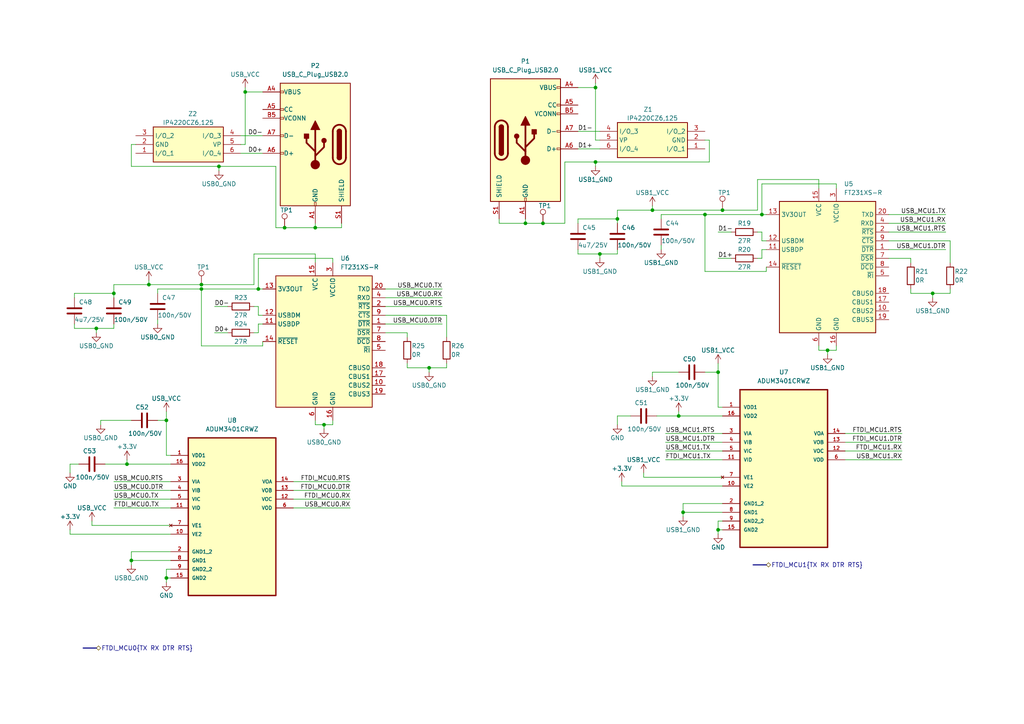
<source format=kicad_sch>
(kicad_sch (version 20230121) (generator eeschema)
  (paper "A4")
  (lib_symbols
    (symbol "ADUM3401CRWZ:ADUM3401CRWZ" (pin_names (offset 1.016))
      (property "Reference" "U" (at -4.7299 22.6067 0))
      (property "Value" "ADUM3401CRWZ" (at -6.0296 -28.5708 0))
      (symbol "ADUM3401CRWZ_0_0"
        (rectangle (start -12.7 -25.4) (end 12.7 20.32) (stroke (width 0.4064)) (fill (type background)))
        (pin power_in line (at -17.78 15.24 0) (length 5.08) (name "VDD1") (number "1"))
        (pin output line (at -17.78 -7.62 0) (length 5.08) (name "VE2") (number "10"))
        (pin output line (at -17.78 0 0) (length 5.08) (name "VID") (number "11"))
        (pin output line (at 17.78 2.54 180) (length 5.08) (name "VOC") (number "12"))
        (pin output line (at 17.78 5.08 180) (length 5.08) (name "VOB") (number "13"))
        (pin output line (at 17.78 7.62 180) (length 5.08) (name "VOA") (number "14"))
        (pin passive line (at -17.78 -20.32 0) (length 5.08) (name "GND2") (number "15"))
        (pin power_in line (at -17.78 12.7 0) (length 5.08) (name "VDD2") (number "16"))
        (pin passive line (at -17.78 -12.7 0) (length 5.08) (name "GND1_2") (number "2"))
        (pin input line (at -17.78 7.62 0) (length 5.08) (name "VIA") (number "3"))
        (pin input line (at -17.78 5.08 0) (length 5.08) (name "VIB") (number "4"))
        (pin input line (at -17.78 2.54 0) (length 5.08) (name "VIC") (number "5"))
        (pin input line (at 17.78 0 180) (length 5.08) (name "VOD") (number "6"))
        (pin no_connect line (at -17.78 -5.08 0) (length 5.08) (name "VE1") (number "7"))
        (pin passive line (at -17.78 -15.24 0) (length 5.08) (name "GND1") (number "8"))
        (pin passive line (at -17.78 -17.78 0) (length 5.08) (name "GND2_2") (number "9"))
      )
    )
    (symbol "Connector:TestPoint" (pin_numbers hide) (pin_names (offset 0.762) hide)
      (property "Reference" "TP" (at 0 6.858 0))
      (property "Value" "TestPoint" (at 0 5.08 0))
      (symbol "TestPoint_0_1"
        (circle (center 0 3.302) (radius 0.762))
      )
      (symbol "TestPoint_1_1"
        (pin passive line (at 0 0 90) (length 2.54) (name "1") (number "1"))
      )
    )
    (symbol "Connector:USB_C_Plug_USB2.0" (pin_names (offset 1.016))
      (property "Reference" "P" (at -10.16 19.05 0))
      (property "Value" "USB_C_Plug_USB2.0" (at 12.7 19.05 0))
      (symbol "USB_C_Plug_USB2.0_0_0"
        (rectangle (start -0.254 -17.78) (end 0.254 -16.764))
        (rectangle (start 10.16 -2.286) (end 9.144 -2.794))
        (rectangle (start 10.16 2.794) (end 9.144 2.286))
        (rectangle (start 10.16 7.874) (end 9.144 7.366))
        (rectangle (start 10.16 10.414) (end 9.144 9.906))
        (rectangle (start 10.16 15.494) (end 9.144 14.986))
      )
      (symbol "USB_C_Plug_USB2.0_0_1"
        (rectangle (start -10.16 17.78) (end 10.16 -17.78) (stroke (width 0.254)) (fill (type background)))
        (arc (start -8.89 -3.81) (mid -6.985 -5.7067) (end -5.08 -3.81) (stroke (width 0.508)))
        (arc (start -7.62 -3.81) (mid -6.985 -4.4423) (end -6.35 -3.81) (stroke (width 0.254)))
        (arc (start -7.62 -3.81) (mid -6.985 -4.4423) (end -6.35 -3.81) (stroke (width 0.254)) (fill (type outline)))
        (rectangle (start -7.62 -3.81) (end -6.35 3.81) (stroke (width 0.254)) (fill (type outline)))
        (arc (start -6.35 3.81) (mid -6.985 4.4423) (end -7.62 3.81) (stroke (width 0.254)))
        (arc (start -6.35 3.81) (mid -6.985 4.4423) (end -7.62 3.81) (stroke (width 0.254)) (fill (type outline)))
        (arc (start -5.08 3.81) (mid -6.985 5.7067) (end -8.89 3.81) (stroke (width 0.508)))
        (circle (center -2.54 1.143) (radius 0.635) (stroke (width 0.254)) (fill (type outline)))
        (circle (center 0 -5.842) (radius 1.27) (fill (type outline)))
        (polyline (pts (xy -8.89 -3.81) (xy -8.89 3.81)) (stroke (width 0.508)))
        (polyline (pts (xy -5.08 3.81) (xy -5.08 -3.81)) (stroke (width 0.508)))
        (polyline (pts (xy 0 -5.842) (xy 0 4.318)) (stroke (width 0.508)))
        (polyline (pts (xy 0 -3.302) (xy -2.54 -0.762) (xy -2.54 0.508)) (stroke (width 0.508)))
        (polyline (pts (xy 0 -2.032) (xy 2.54 0.508) (xy 2.54 1.778)) (stroke (width 0.508)))
        (polyline (pts (xy -1.27 4.318) (xy 0 6.858) (xy 1.27 4.318) (xy -1.27 4.318)) (stroke (width 0.254)) (fill (type outline)))
        (rectangle (start 1.905 1.778) (end 3.175 3.048) (stroke (width 0.254)) (fill (type outline)))
      )
      (symbol "USB_C_Plug_USB2.0_1_1"
        (pin passive line (at 0 -22.86 90) (length 5.08) (name "GND") (number "A1"))
        (pin passive line (at 0 -22.86 90) (length 5.08) hide (name "GND") (number "A12"))
        (pin passive line (at 15.24 15.24 180) (length 5.08) (name "VBUS") (number "A4"))
        (pin bidirectional line (at 15.24 10.16 180) (length 5.08) (name "CC") (number "A5"))
        (pin bidirectional line (at 15.24 -2.54 180) (length 5.08) (name "D+") (number "A6"))
        (pin bidirectional line (at 15.24 2.54 180) (length 5.08) (name "D-") (number "A7"))
        (pin passive line (at 15.24 15.24 180) (length 5.08) hide (name "VBUS") (number "A9"))
        (pin passive line (at 0 -22.86 90) (length 5.08) hide (name "GND") (number "B1"))
        (pin passive line (at 0 -22.86 90) (length 5.08) hide (name "GND") (number "B12"))
        (pin passive line (at 15.24 15.24 180) (length 5.08) hide (name "VBUS") (number "B4"))
        (pin bidirectional line (at 15.24 7.62 180) (length 5.08) (name "VCONN") (number "B5"))
        (pin passive line (at 15.24 15.24 180) (length 5.08) hide (name "VBUS") (number "B9"))
        (pin passive line (at -7.62 -22.86 90) (length 5.08) (name "SHIELD") (number "S1"))
      )
    )
    (symbol "Device:C" (pin_numbers hide) (pin_names (offset 0.254))
      (property "Reference" "C" (at 0.635 2.54 0))
      (property "Value" "C" (at 0.635 -2.54 0))
      (symbol "C_0_1"
        (polyline (pts (xy -2.032 -0.762) (xy 2.032 -0.762)) (stroke (width 0.508)))
        (polyline (pts (xy -2.032 0.762) (xy 2.032 0.762)) (stroke (width 0.508)))
      )
      (symbol "C_1_1"
        (pin passive line (at 0 3.81 270) (length 2.794) (name "~") (number "1"))
        (pin passive line (at 0 -3.81 90) (length 2.794) (name "~") (number "2"))
      )
    )
    (symbol "Device:R" (pin_numbers hide) (pin_names (offset 0))
      (property "Reference" "R" (at 2.032 0 90))
      (property "Value" "R" (at 0 0 90))
      (symbol "R_0_1"
        (rectangle (start -1.016 -2.54) (end 1.016 2.54) (stroke (width 0.254)))
      )
      (symbol "R_1_1"
        (pin passive line (at 0 3.81 270) (length 1.27) (name "~") (number "1"))
        (pin passive line (at 0 -3.81 90) (length 1.27) (name "~") (number "2"))
      )
    )
    (symbol "IP4220CZ6_125:IP4220CZ6,125"
      (property "Reference" "Z" (at 26.67 7.62 0))
      (property "Value" "IP4220CZ6,125" (at 26.67 5.08 0))
      (symbol "IP4220CZ6,125_1_1"
        (rectangle (start 5.08 2.54) (end 25.4 -7.62) (stroke (width 0.254)) (fill (type background)))
        (pin passive line (at 0 0 0) (length 5.08) (name "I/O_1") (number "1"))
        (pin passive line (at 0 -2.54 0) (length 5.08) (name "GND") (number "2"))
        (pin passive line (at 0 -5.08 0) (length 5.08) (name "I/O_2") (number "3"))
        (pin passive line (at 30.48 -5.08 180) (length 5.08) (name "I/O_3") (number "4"))
        (pin passive line (at 30.48 -2.54 180) (length 5.08) (name "VP") (number "5"))
        (pin passive line (at 30.48 0 180) (length 5.08) (name "I/O_4") (number "6"))
      )
    )
    (symbol "Interface_USB:FT231XS"
      (property "Reference" "U" (at -13.97 20.32 0))
      (property "Value" "FT231XS" (at 7.62 20.32 0))
      (symbol "FT231XS_0_1"
        (rectangle (start -13.97 19.05) (end 13.97 -19.05) (stroke (width 0.254)) (fill (type background)))
      )
      (symbol "FT231XS_1_1"
        (pin output line (at 17.78 5.08 180) (length 3.81) (name "~{DTR}") (number "1"))
        (pin bidirectional line (at 17.78 -12.7 180) (length 3.81) (name "CBUS2") (number "10"))
        (pin bidirectional line (at -17.78 5.08 0) (length 3.81) (name "USBDP") (number "11"))
        (pin bidirectional line (at -17.78 7.62 0) (length 3.81) (name "USBDM") (number "12"))
        (pin power_out line (at -17.78 15.24 0) (length 3.81) (name "3V3OUT") (number "13"))
        (pin input line (at -17.78 0 0) (length 3.81) (name "~{RESET}") (number "14"))
        (pin power_in line (at -2.54 22.86 270) (length 3.81) (name "VCC") (number "15"))
        (pin power_in line (at 2.54 -22.86 90) (length 3.81) (name "GND") (number "16"))
        (pin bidirectional line (at 17.78 -10.16 180) (length 3.81) (name "CBUS1") (number "17"))
        (pin bidirectional line (at 17.78 -7.62 180) (length 3.81) (name "CBUS0") (number "18"))
        (pin bidirectional line (at 17.78 -15.24 180) (length 3.81) (name "CBUS3") (number "19"))
        (pin output line (at 17.78 10.16 180) (length 3.81) (name "~{RTS}") (number "2"))
        (pin output line (at 17.78 15.24 180) (length 3.81) (name "TXD") (number "20"))
        (pin power_in line (at 2.54 22.86 270) (length 3.81) (name "VCCIO") (number "3"))
        (pin input line (at 17.78 12.7 180) (length 3.81) (name "RXD") (number "4"))
        (pin input line (at 17.78 -2.54 180) (length 3.81) (name "~{RI}") (number "5"))
        (pin power_in line (at -2.54 -22.86 90) (length 3.81) (name "GND") (number "6"))
        (pin input line (at 17.78 2.54 180) (length 3.81) (name "~{DSR}") (number "7"))
        (pin input line (at 17.78 0 180) (length 3.81) (name "~{DCD}") (number "8"))
        (pin input line (at 17.78 7.62 180) (length 3.81) (name "~{CTS}") (number "9"))
      )
    )
    (symbol "USB0_GND_1" (power) (in_bom no) (on_board no)
      (property "Value" "USB0_GND_1" (at 0 -4.064 0))
      (symbol "USB0_GND_1_0_1"
        (polyline (pts (xy 0 0) (xy 0 -1.27) (xy 1.27 -1.27) (xy 0 -2.54) (xy -1.27 -1.27) (xy 0 -1.27)))
      )
      (symbol "USB0_GND_1_1_1"
        (pin power_in line (at 0 0 270) (length 0) hide (name "USB0_GND") (number "1"))
      )
    )
    (symbol "USB1_GND_1" (power) (in_bom no) (on_board no)
      (property "Value" "USB1_GND_1" (at 0 -4.064 0))
      (symbol "USB1_GND_1_0_1"
        (polyline (pts (xy 0 0) (xy 0 -1.27) (xy 1.27 -1.27) (xy 0 -2.54) (xy -1.27 -1.27) (xy 0 -1.27)))
      )
      (symbol "USB1_GND_1_1_1"
        (pin power_in line (at 0 0 270) (length 0) hide (name "USB1_GND") (number "1"))
      )
    )
    (symbol "USB1_VCC_1" (power) (in_bom no) (on_board no)
      (property "Value" "USB1_VCC_1" (at 0 3.556 0))
      (symbol "USB1_VCC_1_0_1"
        (polyline (pts (xy -0.762 1.27) (xy 0 2.54)))
        (polyline (pts (xy 0 0) (xy 0 2.54)))
        (polyline (pts (xy 0 2.54) (xy 0.762 1.27)))
      )
      (symbol "USB1_VCC_1_1_1"
        (pin power_in line (at 0 0 90) (length 0) hide (name "USB1_VCC") (number "1"))
      )
    )
    (symbol "bmsPower_Symbols:+3V3_0" (power) (in_bom no) (on_board no)
      (property "Value" "+3V3_0" (at 0 3.302 0))
      (symbol "+3V3_0_0_1"
        (polyline (pts (xy -0.762 1.27) (xy 0 2.54)))
        (polyline (pts (xy 0 0) (xy 0 2.54)))
        (polyline (pts (xy 0 2.54) (xy 0.762 1.27)))
      )
      (symbol "+3V3_0_1_1"
        (pin power_in line (at 0 0 90) (length 0) hide (name "+3.3V") (number "1"))
      )
    )
    (symbol "bmsPower_Symbols:GND_0" (power) (in_bom no) (on_board no)
      (property "Value" "GND_0" (at 0 -4.064 0))
      (symbol "GND_0_0_1"
        (polyline (pts (xy 0 0) (xy 0 -1.27) (xy 1.27 -1.27) (xy 0 -2.54) (xy -1.27 -1.27) (xy 0 -1.27)))
      )
      (symbol "GND_0_1_1"
        (pin power_in line (at 0 0 270) (length 0) hide (name "GND") (number "1"))
      )
    )
    (symbol "bmsPower_Symbols:USB0_VCC" (power) (in_bom no) (on_board no)
      (property "Value" "USB0_VCC" (at 0 3.556 0))
      (symbol "USB0_VCC_0_1"
        (polyline (pts (xy -0.762 1.27) (xy 0 2.54)))
        (polyline (pts (xy 0 0) (xy 0 2.54)))
        (polyline (pts (xy 0 2.54) (xy 0.762 1.27)))
      )
      (symbol "USB0_VCC_1_1"
        (pin power_in line (at 0 0 90) (length 0) hide (name "USB_VCC") (number "1"))
      )
    )
  )
  (junction (at 208.28 107.95))
  (junction (at 93.98 123.19))
  (junction (at 71.12 26.67))
  (junction (at 58.42 83.82))
  (junction (at 157.48 64.77))
  (junction (at 196.85 120.65))
  (junction (at 152.4 64.77))
  (junction (at 63.5 48.26))
  (junction (at 172.72 25.4))
  (junction (at 204.47 62.23))
  (junction (at 74.93 83.82))
  (junction (at 27.94 95.25))
  (junction (at 270.51 85.09))
  (junction (at 198.12 148.59))
  (junction (at 36.83 134.62))
  (junction (at 240.03 101.6))
  (junction (at 82.55 66.04))
  (junction (at 124.46 106.68))
  (junction (at 38.1 162.56))
  (junction (at 33.02 85.09))
  (junction (at 48.26 167.64))
  (junction (at 209.55 60.96))
  (junction (at 173.99 73.66))
  (junction (at 58.42 82.55))
  (junction (at 48.26 121.92))
  (junction (at 189.23 60.96))
  (junction (at 172.72 46.99))
  (junction (at 208.28 153.67))
  (junction (at 91.44 66.04))
  (junction (at 179.07 63.5))
  (junction (at 220.98 62.23))
  (junction (at 43.18 82.55))
  (wire (pts (xy 242.57 100.33) (xy 242.57 101.6)))
  (wire (pts (xy 48.26 165.1) (xy 49.53 165.1)))
  (wire (pts (xy 85.09 144.78) (xy 101.6 144.78)))
  (wire (pts (xy 48.26 121.92) (xy 48.26 132.08)))
  (wire (pts (xy 245.11 125.73) (xy 261.62 125.73)))
  (wire (pts (xy 124.46 106.68) (xy 124.46 107.95)))
  (wire (pts (xy 179.07 63.5) (xy 179.07 64.77)))
  (wire (pts (xy 48.26 119.38) (xy 48.26 121.92)))
  (wire (pts (xy 193.04 125.73) (xy 209.55 125.73)))
  (wire (pts (xy 264.16 83.82) (xy 264.16 85.09)))
  (wire (pts (xy 173.99 73.66) (xy 179.07 73.66)))
  (wire (pts (xy 93.98 123.19) (xy 93.98 124.46)))
  (wire (pts (xy 179.07 120.65) (xy 182.88 120.65)))
  (wire (pts (xy 240.03 101.6) (xy 242.57 101.6)))
  (wire (pts (xy 21.59 85.09) (xy 21.59 86.36)))
  (wire (pts (xy 204.47 107.95) (xy 208.28 107.95)))
  (wire (pts (xy 80.01 48.26) (xy 80.01 66.04)))
  (wire (pts (xy 257.81 72.39) (xy 274.32 72.39)))
  (wire (pts (xy 74.93 83.82) (xy 76.2 83.82)))
  (wire (pts (xy 99.06 64.77) (xy 99.06 66.04)))
  (wire (pts (xy 48.26 132.08) (xy 49.53 132.08)))
  (wire (pts (xy 33.02 82.55) (xy 33.02 85.09)))
  (wire (pts (xy 264.16 85.09) (xy 270.51 85.09)))
  (wire (pts (xy 219.71 52.07) (xy 237.49 52.07)))
  (wire (pts (xy 240.03 101.6) (xy 240.03 102.87)))
  (wire (pts (xy 257.81 74.93) (xy 264.16 74.93)))
  (wire (pts (xy 80.01 66.04) (xy 82.55 66.04)))
  (wire (pts (xy 196.85 119.38) (xy 196.85 120.65)))
  (wire (pts (xy 198.12 148.59) (xy 198.12 149.86)))
  (wire (pts (xy 26.67 152.4) (xy 49.53 152.4)))
  (wire (pts (xy 129.54 105.41) (xy 129.54 106.68)))
  (wire (pts (xy 191.77 62.23) (xy 191.77 63.5)))
  (wire (pts (xy 257.81 64.77) (xy 274.32 64.77)))
  (wire (pts (xy 208.28 151.13) (xy 209.55 151.13)))
  (wire (pts (xy 220.98 62.23) (xy 222.25 62.23)))
  (wire (pts (xy 43.18 82.55) (xy 58.42 82.55)))
  (wire (pts (xy 26.67 151.13) (xy 26.67 152.4)))
  (wire (pts (xy 29.21 121.92) (xy 38.1 121.92)))
  (wire (pts (xy 180.34 139.7) (xy 180.34 140.97)))
  (wire (pts (xy 196.85 120.65) (xy 209.55 120.65)))
  (wire (pts (xy 38.1 160.02) (xy 38.1 162.56)))
  (wire (pts (xy 179.07 72.39) (xy 179.07 73.66)))
  (wire (pts (xy 48.26 167.64) (xy 48.26 168.91)))
  (wire (pts (xy 264.16 74.93) (xy 264.16 76.2)))
  (wire (pts (xy 39.37 41.91) (xy 38.1 41.91)))
  (wire (pts (xy 220.98 72.39) (xy 220.98 74.93)))
  (wire (pts (xy 167.64 73.66) (xy 173.99 73.66)))
  (wire (pts (xy 208.28 67.31) (xy 212.09 67.31)))
  (wire (pts (xy 74.93 88.9) (xy 74.93 91.44)))
  (wire (pts (xy 237.49 101.6) (xy 240.03 101.6)))
  (wire (pts (xy 62.23 88.9) (xy 66.04 88.9)))
  (wire (pts (xy 198.12 148.59) (xy 209.55 148.59)))
  (wire (pts (xy 189.23 107.95) (xy 196.85 107.95)))
  (wire (pts (xy 45.72 121.92) (xy 48.26 121.92)))
  (wire (pts (xy 219.71 67.31) (xy 220.98 67.31)))
  (wire (pts (xy 91.44 121.92) (xy 91.44 123.19)))
  (wire (pts (xy 33.02 93.98) (xy 33.02 95.25)))
  (wire (pts (xy 245.11 130.81) (xy 261.62 130.81)))
  (wire (pts (xy 220.98 53.34) (xy 220.98 62.23)))
  (wire (pts (xy 172.72 40.64) (xy 173.99 40.64)))
  (wire (pts (xy 91.44 123.19) (xy 93.98 123.19)))
  (wire (pts (xy 118.11 106.68) (xy 124.46 106.68)))
  (wire (pts (xy 198.12 146.05) (xy 198.12 148.59)))
  (wire (pts (xy 179.07 120.65) (xy 179.07 123.19)))
  (wire (pts (xy 45.72 93.98) (xy 45.72 92.71)))
  (wire (pts (xy 36.83 133.35) (xy 36.83 134.62)))
  (wire (pts (xy 124.46 106.68) (xy 129.54 106.68)))
  (wire (pts (xy 189.23 59.69) (xy 189.23 60.96)))
  (wire (pts (xy 30.48 134.62) (xy 36.83 134.62)))
  (wire (pts (xy 49.53 147.32) (xy 33.02 147.32)))
  (wire (pts (xy 242.57 53.34) (xy 242.57 54.61)))
  (wire (pts (xy 208.28 74.93) (xy 212.09 74.93)))
  (wire (pts (xy 71.12 26.67) (xy 76.2 26.67)))
  (wire (pts (xy 20.32 153.67) (xy 20.32 154.94)))
  (wire (pts (xy 167.64 63.5) (xy 167.64 64.77)))
  (wire (pts (xy 208.28 118.11) (xy 209.55 118.11)))
  (wire (pts (xy 91.44 66.04) (xy 99.06 66.04)))
  (wire (pts (xy 270.51 85.09) (xy 270.51 86.36)))
  (wire (pts (xy 172.72 25.4) (xy 172.72 40.64)))
  (wire (pts (xy 58.42 82.55) (xy 73.66 82.55)))
  (wire (pts (xy 209.55 60.96) (xy 219.71 60.96)))
  (wire (pts (xy 208.28 153.67) (xy 208.28 154.94)))
  (wire (pts (xy 167.64 63.5) (xy 179.07 63.5)))
  (wire (pts (xy 101.6 147.32) (xy 85.09 147.32)))
  (wire (pts (xy 63.5 49.53) (xy 63.5 48.26)))
  (wire (pts (xy 93.98 123.19) (xy 96.52 123.19)))
  (wire (pts (xy 167.64 72.39) (xy 167.64 73.66)))
  (wire (pts (xy 38.1 162.56) (xy 49.53 162.56)))
  (wire (pts (xy 180.34 140.97) (xy 209.55 140.97)))
  (wire (pts (xy 257.81 67.31) (xy 274.32 67.31)))
  (wire (pts (xy 21.59 95.25) (xy 27.94 95.25)))
  (wire (pts (xy 62.23 96.52) (xy 66.04 96.52)))
  (wire (pts (xy 76.2 99.06) (xy 76.2 100.33)))
  (wire (pts (xy 69.85 39.37) (xy 76.2 39.37)))
  (wire (pts (xy 111.76 91.44) (xy 129.54 91.44)))
  (wire (pts (xy 69.85 44.45) (xy 76.2 44.45)))
  (wire (pts (xy 167.64 43.18) (xy 173.99 43.18)))
  (wire (pts (xy 157.48 64.77) (xy 163.83 64.77)))
  (wire (pts (xy 111.76 96.52) (xy 118.11 96.52)))
  (wire (pts (xy 29.21 121.92) (xy 29.21 123.19)))
  (wire (pts (xy 45.72 83.82) (xy 45.72 85.09)))
  (wire (pts (xy 193.04 130.81) (xy 209.55 130.81)))
  (wire (pts (xy 33.02 82.55) (xy 43.18 82.55)))
  (wire (pts (xy 74.93 93.98) (xy 76.2 93.98)))
  (wire (pts (xy 82.55 66.04) (xy 91.44 66.04)))
  (wire (pts (xy 48.26 165.1) (xy 48.26 167.64)))
  (wire (pts (xy 257.81 62.23) (xy 274.32 62.23)))
  (bus (pts (xy 24.13 187.96) (xy 27.94 187.96)))
  (wire (pts (xy 237.49 52.07) (xy 237.49 54.61)))
  (wire (pts (xy 191.77 62.23) (xy 204.47 62.23)))
  (wire (pts (xy 220.98 72.39) (xy 222.25 72.39)))
  (wire (pts (xy 111.76 93.98) (xy 128.27 93.98)))
  (wire (pts (xy 38.1 162.56) (xy 38.1 163.83)))
  (wire (pts (xy 220.98 53.34) (xy 242.57 53.34)))
  (wire (pts (xy 208.28 153.67) (xy 209.55 153.67)))
  (wire (pts (xy 167.64 25.4) (xy 172.72 25.4)))
  (wire (pts (xy 71.12 25.4) (xy 71.12 26.67)))
  (wire (pts (xy 85.09 142.24) (xy 101.6 142.24)))
  (wire (pts (xy 73.66 88.9) (xy 74.93 88.9)))
  (wire (pts (xy 167.64 38.1) (xy 173.99 38.1)))
  (wire (pts (xy 179.07 60.96) (xy 179.07 63.5)))
  (wire (pts (xy 204.47 62.23) (xy 204.47 78.74)))
  (wire (pts (xy 33.02 142.24) (xy 49.53 142.24)))
  (wire (pts (xy 189.23 107.95) (xy 189.23 109.22)))
  (wire (pts (xy 172.72 46.99) (xy 172.72 48.26)))
  (wire (pts (xy 219.71 74.93) (xy 220.98 74.93)))
  (wire (pts (xy 91.44 66.04) (xy 91.44 64.77)))
  (wire (pts (xy 270.51 85.09) (xy 275.59 85.09)))
  (wire (pts (xy 71.12 41.91) (xy 69.85 41.91)))
  (wire (pts (xy 172.72 24.13) (xy 172.72 25.4)))
  (wire (pts (xy 186.69 137.16) (xy 186.69 138.43)))
  (wire (pts (xy 193.04 128.27) (xy 209.55 128.27)))
  (wire (pts (xy 219.71 52.07) (xy 219.71 60.96)))
  (wire (pts (xy 163.83 46.99) (xy 172.72 46.99)))
  (bus (pts (xy 218.44 163.83) (xy 222.25 163.83)))
  (wire (pts (xy 43.18 81.28) (xy 43.18 82.55)))
  (wire (pts (xy 27.94 95.25) (xy 33.02 95.25)))
  (wire (pts (xy 58.42 83.82) (xy 58.42 100.33)))
  (wire (pts (xy 71.12 26.67) (xy 71.12 41.91)))
  (wire (pts (xy 179.07 60.96) (xy 189.23 60.96)))
  (wire (pts (xy 48.26 167.64) (xy 49.53 167.64)))
  (wire (pts (xy 275.59 83.82) (xy 275.59 85.09)))
  (wire (pts (xy 38.1 160.02) (xy 49.53 160.02)))
  (wire (pts (xy 172.72 46.99) (xy 205.74 46.99)))
  (wire (pts (xy 186.69 138.43) (xy 209.55 138.43)))
  (wire (pts (xy 96.52 74.93) (xy 96.52 76.2)))
  (wire (pts (xy 205.74 40.64) (xy 205.74 46.99)))
  (wire (pts (xy 189.23 60.96) (xy 209.55 60.96)))
  (wire (pts (xy 38.1 41.91) (xy 38.1 48.26)))
  (wire (pts (xy 58.42 100.33) (xy 76.2 100.33)))
  (wire (pts (xy 208.28 105.41) (xy 208.28 107.95)))
  (wire (pts (xy 163.83 46.99) (xy 163.83 64.77)))
  (wire (pts (xy 222.25 77.47) (xy 222.25 78.74)))
  (wire (pts (xy 45.72 83.82) (xy 58.42 83.82)))
  (wire (pts (xy 204.47 40.64) (xy 205.74 40.64)))
  (wire (pts (xy 152.4 63.5) (xy 152.4 64.77)))
  (wire (pts (xy 245.11 128.27) (xy 261.62 128.27)))
  (wire (pts (xy 96.52 121.92) (xy 96.52 123.19)))
  (wire (pts (xy 36.83 134.62) (xy 49.53 134.62)))
  (wire (pts (xy 237.49 100.33) (xy 237.49 101.6)))
  (wire (pts (xy 275.59 69.85) (xy 275.59 76.2)))
  (wire (pts (xy 144.78 63.5) (xy 144.78 64.77)))
  (wire (pts (xy 220.98 69.85) (xy 222.25 69.85)))
  (wire (pts (xy 73.66 96.52) (xy 74.93 96.52)))
  (wire (pts (xy 27.94 95.25) (xy 27.94 96.52)))
  (wire (pts (xy 21.59 85.09) (xy 33.02 85.09)))
  (wire (pts (xy 33.02 144.78) (xy 49.53 144.78)))
  (wire (pts (xy 190.5 120.65) (xy 196.85 120.65)))
  (wire (pts (xy 245.11 133.35) (xy 261.62 133.35)))
  (wire (pts (xy 58.42 83.82) (xy 74.93 83.82)))
  (wire (pts (xy 193.04 133.35) (xy 209.55 133.35)))
  (wire (pts (xy 73.66 73.66) (xy 73.66 82.55)))
  (wire (pts (xy 220.98 67.31) (xy 220.98 69.85)))
  (wire (pts (xy 73.66 73.66) (xy 91.44 73.66)))
  (wire (pts (xy 144.78 64.77) (xy 152.4 64.77)))
  (wire (pts (xy 74.93 74.93) (xy 74.93 83.82)))
  (wire (pts (xy 20.32 134.62) (xy 22.86 134.62)))
  (wire (pts (xy 111.76 88.9) (xy 128.27 88.9)))
  (wire (pts (xy 204.47 62.23) (xy 220.98 62.23)))
  (wire (pts (xy 152.4 64.77) (xy 157.48 64.77)))
  (wire (pts (xy 208.28 107.95) (xy 208.28 118.11)))
  (wire (pts (xy 63.5 48.26) (xy 80.01 48.26)))
  (wire (pts (xy 33.02 85.09) (xy 33.02 86.36)))
  (wire (pts (xy 85.09 139.7) (xy 101.6 139.7)))
  (wire (pts (xy 198.12 146.05) (xy 209.55 146.05)))
  (wire (pts (xy 118.11 105.41) (xy 118.11 106.68)))
  (wire (pts (xy 74.93 74.93) (xy 96.52 74.93)))
  (wire (pts (xy 257.81 69.85) (xy 275.59 69.85)))
  (wire (pts (xy 173.99 73.66) (xy 173.99 74.93)))
  (wire (pts (xy 204.47 78.74) (xy 222.25 78.74)))
  (wire (pts (xy 118.11 96.52) (xy 118.11 97.79)))
  (wire (pts (xy 111.76 86.36) (xy 128.27 86.36)))
  (wire (pts (xy 74.93 91.44) (xy 76.2 91.44)))
  (wire (pts (xy 129.54 91.44) (xy 129.54 97.79)))
  (wire (pts (xy 33.02 139.7) (xy 49.53 139.7)))
  (wire (pts (xy 111.76 83.82) (xy 128.27 83.82)))
  (wire (pts (xy 91.44 73.66) (xy 91.44 76.2)))
  (wire (pts (xy 21.59 93.98) (xy 21.59 95.25)))
  (wire (pts (xy 20.32 134.62) (xy 20.32 137.16)))
  (wire (pts (xy 74.93 93.98) (xy 74.93 96.52)))
  (wire (pts (xy 20.32 154.94) (xy 49.53 154.94)))
  (wire (pts (xy 63.5 48.26) (xy 38.1 48.26)))
  (wire (pts (xy 191.77 72.39) (xy 191.77 71.12)))
  (wire (pts (xy 208.28 151.13) (xy 208.28 153.67)))
  (label "D0+" (at 76.2 44.45 180))
  (label "D1-" (at 167.64 38.1 0))
  (label "D1+" (at 167.64 43.18 0))
  (label "USB_MCU1.RX" (at 274.32 64.77 180))
  (label "USB_MCU0.RTS" (at 33.02 139.7 0))
  (label "FTDI_MCU0.TX" (at 33.02 147.32 0))
  (label "D0-" (at 62.23 88.9 0))
  (label "D0+" (at 62.23 96.52 0))
  (label "USB_MCU1.RTS" (at 193.04 125.73 0))
  (label "FTDI_MCU1.RX" (at 261.62 130.81 180))
  (label "USB_MCU0.DTR" (at 128.27 93.98 180))
  (label "D0-" (at 76.2 39.37 180))
  (label "USB_MCU1.DTR" (at 274.32 72.39 180))
  (label "USB_MCU0.DTR" (at 33.02 142.24 0))
  (label "USB_MCU0.TX" (at 128.27 83.82 180))
  (label "D1-" (at 208.28 67.31 0))
  (label "FTDI_MCU1.RTS" (at 261.62 125.73 180))
  (label "USB_MCU1.TX" (at 274.32 62.23 180))
  (label "USB_MCU1.RX" (at 261.62 133.35 180))
  (label "FTDI_MCU0.RX" (at 101.6 144.78 180))
  (label "FTDI_MCU1.TX" (at 193.04 133.35 0))
  (label "FTDI_MCU1.DTR" (at 261.62 128.27 180))
  (label "USB_MCU0.RX" (at 101.6 147.32 180))
  (label "USB_MCU0.TX" (at 33.02 144.78 0))
  (label "USB_MCU0.RTS" (at 128.27 88.9 180))
  (label "USB_MCU1.TX" (at 193.04 130.81 0))
  (label "FTDI_MCU0.RTS" (at 101.6 139.7 180))
  (label "USB_MCU1.DTR" (at 193.04 128.27 0))
  (label "USB_MCU0.RX" (at 128.27 86.36 180))
  (label "USB_MCU1.RTS" (at 274.32 67.31 180))
  (label "FTDI_MCU0.DTR" (at 101.6 142.24 180))
  (label "D1+" (at 208.28 74.93 0))
  (hierarchical_label "FTDI_MCU1{TX RX DTR RTS}" (shape bidirectional) (at 222.25 163.83 0))
  (hierarchical_label "FTDI_MCU0{TX RX DTR RTS}" (shape bidirectional) (at 27.94 187.96 0))
  (symbol (lib_id "Device:R") (at 264.16 80.01 0) (unit 1)
    (property "Reference" "R21" (at 265.43 78.74 0) (effects (justify left)))
    (property "Value" "0R" (at 265.43 81.28 0) (effects (justify left)))
    (property "Footprint" "Resistor_SMD:R_0603_1608Metric" (effects hide))
  )
  (symbol (lib_name "USB1_GND_1") (lib_id "bmsPower_Symbols:USB1_GND") (at 198.12 149.86 0) (unit 1) (in_bom no) (on_board no)
    (property "Reference" "#PWR072" (effects hide))
    (property "Value" "USB1_GND" (at 198.12 153.67 0))
  )
  (symbol (lib_name "USB0_GND_1") (lib_id "bmsPower_Symbols:USB0_GND") (at 93.98 124.46 0) (mirror y) (unit 1) (in_bom no) (on_board no)
    (property "Reference" "#PWR067" (effects hide))
    (property "Value" "USB0_GND" (at 93.98 128.27 0))
  )
  (symbol (lib_id "bmsPower_Symbols:GND_0") (at 208.28 154.94 0) (unit 1) (in_bom no) (on_board no)
    (property "Reference" "#PWR075" (effects hide))
    (property "Value" "GND_0" (at 208.28 158.75 0))
  )
  (symbol (lib_id "bmsPower_Symbols:GND_0") (at 48.26 168.91 0) (unit 1) (in_bom no) (on_board no)
    (property "Reference" "#PWR077" (effects hide))
    (property "Value" "GND_0" (at 48.26 172.72 0))
  )
  (symbol (lib_id "Device:C") (at 21.59 90.17 0) (unit 1)
    (property "Reference" "C48" (at 22.86 87.63 0) (effects (justify left)))
    (property "Value" "4u7/25V" (at 21.59 92.71 0) (effects (justify left)))
    (property "Footprint" "Capacitor_SMD:C_0603_1608Metric" (effects hide))
  )
  (symbol (lib_name "USB0_GND_1") (lib_id "bmsPower_Symbols:USB0_GND") (at 29.21 123.19 0) (mirror y) (unit 1) (in_bom no) (on_board no)
    (property "Reference" "#PWR065" (effects hide))
    (property "Value" "USB0_GND" (at 29.21 127 0))
  )
  (symbol (lib_name "USB0_GND_1") (lib_id "bmsPower_Symbols:USB0_GND") (at 124.46 107.95 0) (mirror y) (unit 1) (in_bom no) (on_board no)
    (property "Reference" "#PWR061" (effects hide))
    (property "Value" "USB0_GND" (at 124.46 111.76 0))
  )
  (symbol (lib_name "USB1_GND_1") (lib_id "bmsPower_Symbols:USB1_GND") (at 189.23 109.22 0) (unit 1) (in_bom no) (on_board no)
    (property "Reference" "#PWR062" (effects hide))
    (property "Value" "USB1_GND" (at 189.23 113.03 0))
  )
  (symbol (lib_id "Connector:TestPoint") (at 58.42 82.55 0) (unit 1)
    (property "Reference" "TP1" (at 57.15 77.47 0) (effects (justify left)))
    (property "Value" "TestPoint" (effects hide))
    (property "Footprint" "TestPoint:TestPoint_Keystone_5000-5004_Miniature" (effects hide))
    (instances (project "BMS-Master" (path "" (reference "TP1") (unit 1)) (path "" (reference "TP31") (unit 1)) (path "" (reference "TP5") (unit 1))))
  )
  (symbol (lib_id "bmsPower_Symbols:+3V3_0") (at 36.83 133.35 0) (unit 1) (in_bom no) (on_board no)
    (property "Reference" "#PWR068" (effects hide))
    (property "Value" "+3V3_0" (at 36.83 129.54 0))
  )
  (symbol (lib_name "USB1_VCC_1") (lib_id "bmsPower_Symbols:USB1_VCC") (at 189.23 59.69 0) (unit 1) (in_bom no) (on_board no)
    (property "Reference" "#PWR052" (effects hide))
    (property "Value" "USB1_VCC" (at 189.23 55.88 0))
  )
  (symbol (lib_id "Device:R") (at 215.9 74.93 90) (unit 1)
    (property "Reference" "R20" (at 215.9 72.39 90))
    (property "Value" "27R" (at 215.9 77.47 90))
    (property "Footprint" "Resistor_SMD:R_0603_1608Metric" (effects hide))
  )
  (symbol (lib_id "Connector:TestPoint") (at 82.55 66.04 0) (unit 1)
    (property "Reference" "TP1" (at 81.28 60.96 0) (effects (justify left)))
    (property "Value" "TestPoint" (effects hide))
    (property "Footprint" "TestPoint:TestPoint_Keystone_5000-5004_Miniature" (effects hide))
    (instances (project "BMS-Master" (path "" (reference "TP1") (unit 1)) (path "" (reference "TP31") (unit 1)) (path "" (reference "TP4") (unit 1))))
  )
  (symbol (lib_id "bmsPower_Symbols:USB0_VCC") (at 43.18 81.28 0) (unit 1) (in_bom no) (on_board no)
    (property "Reference" "#PWR055" (effects hide))
    (property "Value" "USB0_VCC" (at 43.18 77.47 0))
  )
  (symbol (lib_name "USB1_GND_1") (lib_id "bmsPower_Symbols:USB1_GND") (at 191.77 72.39 0) (unit 1) (in_bom no) (on_board no)
    (property "Reference" "#PWR053" (effects hide))
    (property "Value" "USB1_GND" (at 191.77 76.2 0))
  )
  (symbol (lib_name "USB0_GND_1") (lib_id "bmsPower_Symbols:USB0_GND") (at 63.5 49.53 0) (mirror y) (unit 1) (in_bom no) (on_board no)
    (property "Reference" "#PWR051" (effects hide))
    (property "Value" "USB0_GND" (at 63.5 53.34 0))
  )
  (symbol (lib_id "bmsPower_Symbols:+3V3_0") (at 196.85 119.38 0) (unit 1) (in_bom no) (on_board no)
    (property "Reference" "#PWR064" (effects hide))
    (property "Value" "+3V3_0" (at 196.85 115.57 0))
  )
  (symbol (lib_name "USB1_GND_1") (lib_id "bmsPower_Symbols:USB1_GND") (at 173.99 74.93 0) (unit 1) (in_bom no) (on_board no)
    (property "Reference" "#PWR054" (effects hide))
    (property "Value" "USB1_GND" (at 173.99 78.74 0))
  )
  (symbol (lib_id "bmsPower_Symbols:+3V3_0") (at 20.32 153.67 0) (unit 1) (in_bom no) (on_board no)
    (property "Reference" "#PWR074" (effects hide))
    (property "Value" "+3V3_0" (at 20.32 149.86 0))
  )
  (symbol (lib_name "USB1_VCC_1") (lib_id "bmsPower_Symbols:USB1_VCC") (at 172.72 24.13 0) (unit 1) (in_bom no) (on_board no)
    (property "Reference" "#PWR048" (effects hide))
    (property "Value" "USB1_VCC" (at 172.72 20.32 0))
  )
  (symbol (lib_id "Connector:TestPoint") (at 157.48 64.77 0) (unit 1)
    (property "Reference" "TP1" (at 156.21 59.69 0) (effects (justify left)))
    (property "Value" "TestPoint" (effects hide))
    (property "Footprint" "TestPoint:TestPoint_Keystone_5000-5004_Miniature" (effects hide))
    (instances (project "BMS-Master" (path "" (reference "TP1") (unit 1)) (path "" (reference "TP31") (unit 1)) (path "" (reference "TP3") (unit 1))))
  )
  (symbol (lib_id "Device:R") (at 129.54 101.6 0) (unit 1)
    (property "Reference" "R26" (at 130.81 100.33 0) (effects (justify left)))
    (property "Value" "0R" (at 130.81 102.87 0) (effects (justify left)))
    (property "Footprint" "Resistor_SMD:R_0603_1608Metric" (effects hide))
  )
  (symbol (lib_id "Device:R") (at 275.59 80.01 0) (unit 1)
    (property "Reference" "R22" (at 276.86 78.74 0) (effects (justify left)))
    (property "Value" "0R" (at 276.86 81.28 0) (effects (justify left)))
    (property "Footprint" "Resistor_SMD:R_0603_1608Metric" (effects hide))
  )
  (symbol (lib_id "bmsPower_Symbols:USB0_VCC") (at 48.26 119.38 0) (unit 1) (in_bom no) (on_board no)
    (property "Reference" "#PWR063" (effects hide))
    (property "Value" "USB0_VCC" (at 48.26 115.57 0))
  )
  (symbol (lib_id "Connector:USB_C_Plug_USB2.0") (at 91.44 41.91 0) (mirror y) (unit 1)
    (property "Reference" "P2" (at 91.44 19.05 0))
    (property "Value" "USB_C_Plug_USB2.0" (at 91.44 21.59 0))
    (property "Footprint" "FS_Connector:molex 2193200001" (effects hide))
    (property "Datasheet" "Datasheets/PS-105448-001.pdf" (effects hide))
    (property "Part_Number" "WM12856CT-ND" (effects hide))
    (property "Price" "2,41" (effects hide))
    (property "Description" "CONN RCP USB3.1 TYPEC 24P SMD RA" (effects hide))
    (instances (project "BMS-Master" (path "" (reference "P2") (unit 1))) (project "VCU_PCB" (path "" (reference "P1") (unit 1))))
  )
  (symbol (lib_id "Device:C") (at 26.67 134.62 90) (unit 1)
    (property "Reference" "C53" (at 27.94 130.81 90) (effects (justify left)))
    (property "Value" "100n/50V" (at 31.75 138.43 90) (effects (justify left)))
    (property "Footprint" "Capacitor_SMD:C_0603_1608Metric" (effects hide))
  )
  (symbol (lib_id "ADUM3401CRWZ:ADUM3401CRWZ") (at 227.33 133.35 0) (unit 1)
    (property "Reference" "U7" (at 227.33 107.95 0))
    (property "Value" "ADUM3401CRWZ" (at 227.33 110.49 0))
    (property "Footprint" "ADUM3401CRWZ:SOIC127P1032X265-16N" (effects hide))
    (property "MF" "Analog Devices" (effects hide))
    (property "Description" "\nQuad-Channel, Digital Isolator, Enhanced System-Level ESD Reliability\n" (effects hide))
    (property "PACKAGE" "16-Lead SOIC_W" (effects hide))
    (property "MPN" "ADUM3401CRWZ" (effects hide))
    (property "Price" "None" (effects hide))
    (property "Package" "SOIC -16 Analog Devices" (effects hide))
    (property "OC_FARNELL" "1274129" (effects hide))
    (property "SnapEDA_Link" "https://www.snapeda.com/parts/ADUM3401CRWZ/Analog+Devices/view-part/?ref=snap" (effects hide))
    (property "MP" "ADUM3401CRWZ" (effects hide))
    (property "Purchase-URL" "https://www.snapeda.com/api/url_track_click_mouser/?unipart_id=1239276&manufacturer=Analog Devices&part_name=ADUM3401CRWZ&search_term=None" (effects hide))
    (property "SUPPLIER" "Analog Devices" (effects hide))
    (property "OC_NEWARK" "19M0771" (effects hide))
    (property "Availability" "In Stock" (effects hide))
    (property "Check_prices" "https://www.snapeda.com/parts/ADUM3401CRWZ/Analog+Devices/view-part/?ref=eda" (effects hide))
  )
  (symbol (lib_name "USB0_GND_1") (lib_id "bmsPower_Symbols:USB0_GND") (at 27.94 96.52 0) (mirror y) (unit 1) (in_bom no) (on_board no)
    (property "Reference" "#PWR058" (effects hide))
    (property "Value" "USB0_GND" (at 27.94 100.33 0))
  )
  (symbol (lib_name "USB0_GND_1") (lib_id "bmsPower_Symbols:USB0_GND") (at 38.1 163.83 0) (mirror y) (unit 1) (in_bom no) (on_board no)
    (property "Reference" "#PWR076" (effects hide))
    (property "Value" "USB0_GND" (at 38.1 167.64 0))
  )
  (symbol (lib_name "USB0_GND_1") (lib_id "bmsPower_Symbols:USB0_GND") (at 45.72 93.98 0) (mirror y) (unit 1) (in_bom no) (on_board no)
    (property "Reference" "#PWR057" (effects hide))
    (property "Value" "USB0_GND" (at 45.72 97.79 0))
  )
  (symbol (lib_name "USB1_VCC_1") (lib_id "bmsPower_Symbols:USB1_VCC") (at 208.28 105.41 0) (unit 1) (in_bom no) (on_board no)
    (property "Reference" "#PWR060" (effects hide))
    (property "Value" "USB1_VCC" (at 208.28 101.6 0))
  )
  (symbol (lib_id "Device:C") (at 186.69 120.65 90) (unit 1)
    (property "Reference" "C51" (at 187.96 116.84 90) (effects (justify left)))
    (property "Value" "100n/50V" (at 191.77 124.46 90) (effects (justify left)))
    (property "Footprint" "Capacitor_SMD:C_0603_1608Metric" (effects hide))
  )
  (symbol (lib_id "Connector:TestPoint") (at 209.55 60.96 0) (unit 1)
    (property "Reference" "TP1" (at 208.28 55.88 0) (effects (justify left)))
    (property "Value" "TestPoint" (effects hide))
    (property "Footprint" "TestPoint:TestPoint_Keystone_5000-5004_Miniature" (effects hide))
    (instances (project "BMS-Master" (path "" (reference "TP1") (unit 1)) (path "" (reference "TP31") (unit 1)) (path "" (reference "TP2") (unit 1))))
  )
  (symbol (lib_id "Device:C") (at 179.07 68.58 0) (unit 1)
    (property "Reference" "C46" (at 180.34 66.04 0) (effects (justify left)))
    (property "Value" "100n/50V" (at 179.07 71.12 0) (effects (justify left)))
    (property "Footprint" "Capacitor_SMD:C_0603_1608Metric" (effects hide))
  )
  (symbol (lib_id "Device:C") (at 41.91 121.92 90) (unit 1)
    (property "Reference" "C52" (at 43.18 118.11 90) (effects (justify left)))
    (property "Value" "100n/50V" (at 46.99 125.73 90) (effects (justify left)))
    (property "Footprint" "Capacitor_SMD:C_0603_1608Metric" (effects hide))
  )
  (symbol (lib_id "Interface_USB:FT231XS") (at 93.98 99.06 0) (unit 1)
    (property "Reference" "U6" (at 98.7141 74.93 0) (effects (justify left)))
    (property "Value" "FT231XS-R" (at 98.7141 77.47 0) (effects (justify left)))
    (property "Footprint" "Package_SO:SSOP-20_3.9x8.7mm_P0.635mm" (effects hide))
    (property "Datasheet" "https://www.ftdichip.com/Support/Documents/DataSheets/ICs/DS_FT231X.pdf" (effects hide))
  )
  (symbol (lib_name "USB1_GND_1") (lib_id "bmsPower_Symbols:USB1_GND") (at 270.51 86.36 0) (unit 1) (in_bom no) (on_board no)
    (property "Reference" "#PWR056" (effects hide))
    (property "Value" "USB1_GND" (at 270.51 90.17 0))
  )
  (symbol (lib_id "Device:R") (at 118.11 101.6 0) (unit 1)
    (property "Reference" "R25" (at 119.38 100.33 0) (effects (justify left)))
    (property "Value" "0R" (at 119.38 102.87 0) (effects (justify left)))
    (property "Footprint" "Resistor_SMD:R_0603_1608Metric" (effects hide))
  )
  (symbol (lib_id "Device:R") (at 69.85 96.52 90) (unit 1)
    (property "Reference" "R24" (at 69.85 93.98 90))
    (property "Value" "27R" (at 69.85 99.06 90))
    (property "Footprint" "Resistor_SMD:R_0603_1608Metric" (effects hide))
  )
  (symbol (lib_name "USB1_GND_1") (lib_id "bmsPower_Symbols:USB1_GND") (at 172.72 48.26 0) (unit 1) (in_bom no) (on_board no)
    (property "Reference" "#PWR050" (effects hide))
    (property "Value" "USB1_GND" (at 172.72 52.07 0))
  )
  (symbol (lib_id "Device:C") (at 45.72 88.9 0) (unit 1)
    (property "Reference" "C47" (at 46.99 86.36 0) (effects (justify left)))
    (property "Value" "100n/50V" (at 45.72 91.44 0) (effects (justify left)))
    (property "Footprint" "Capacitor_SMD:C_0603_1608Metric" (effects hide))
  )
  (symbol (lib_name "USB1_GND_1") (lib_id "bmsPower_Symbols:USB1_GND") (at 240.03 102.87 0) (unit 1) (in_bom no) (on_board no)
    (property "Reference" "#PWR059" (effects hide))
    (property "Value" "USB1_GND" (at 240.03 106.68 0))
  )
  (symbol (lib_id "Device:C") (at 167.64 68.58 0) (unit 1)
    (property "Reference" "C45" (at 168.91 66.04 0) (effects (justify left)))
    (property "Value" "4u7/25V" (at 167.64 71.12 0) (effects (justify left)))
    (property "Footprint" "Capacitor_SMD:C_0603_1608Metric" (effects hide))
  )
  (symbol (lib_id "Device:R") (at 69.85 88.9 90) (unit 1)
    (property "Reference" "R23" (at 69.85 86.36 90))
    (property "Value" "27R" (at 69.85 91.44 90))
    (property "Footprint" "Resistor_SMD:R_0603_1608Metric" (effects hide))
  )
  (symbol (lib_id "IP4220CZ6_125:IP4220CZ6,125") (at 39.37 44.45 0) (mirror x) (unit 1)
    (property "Reference" "Z2" (at 55.88 33.02 0))
    (property "Value" "IP4220CZ6,125" (at 54.61 35.56 0))
    (property "Footprint" "IP4220CZ6:SOT95P275X110-6N" (effects hide))
    (property "Datasheet" "https://assets.nexperia.com/documents/data-sheet/IP4220CZ6.pdf" (effects hide))
    (property "Height" "1.1" (effects hide))
    (property "Manufacturer_Name" "Nexperia" (effects hide))
    (property "Manufacturer_Part_Number" "IP4220CZ6,125" (effects hide))
    (property "Mouser Part Number" "771-IP4220CZ6-T/R" (effects hide))
    (property "Mouser Price/Stock" "https://www.mouser.co.uk/ProductDetail/Nexperia/IP4220CZ6125?qs=me8TqzrmIYWNWIOv4%2FpxMw%3D%3D" (effects hide))
    (property "Arrow Part Number" "IP4220CZ6,125" (effects hide))
    (property "Arrow Price/Stock" "https://www.arrow.com/en/products/ip4220cz6125/nexperia?region=nac" (effects hide))
  )
  (symbol (lib_id "Device:C") (at 191.77 67.31 0) (unit 1)
    (property "Reference" "C44" (at 193.04 64.77 0) (effects (justify left)))
    (property "Value" "100n/50V" (at 191.77 69.85 0) (effects (justify left)))
    (property "Footprint" "Capacitor_SMD:C_0603_1608Metric" (effects hide))
  )
  (symbol (lib_id "bmsPower_Symbols:+3V3_0") (at 180.34 139.7 0) (unit 1) (in_bom no) (on_board no)
    (property "Reference" "#PWR071" (effects hide))
    (property "Value" "+3V3_0" (at 180.34 135.89 0))
  )
  (symbol (lib_id "bmsPower_Symbols:GND_0") (at 20.32 137.16 0) (unit 1) (in_bom no) (on_board no)
    (property "Reference" "#PWR069" (effects hide))
    (property "Value" "GND_0" (at 20.32 140.97 0))
  )
  (symbol (lib_id "Device:R") (at 215.9 67.31 90) (unit 1)
    (property "Reference" "R19" (at 215.9 64.77 90))
    (property "Value" "27R" (at 215.9 69.85 90))
    (property "Footprint" "Resistor_SMD:R_0603_1608Metric" (effects hide))
  )
  (symbol (lib_id "bmsPower_Symbols:USB0_VCC") (at 26.67 151.13 0) (unit 1) (in_bom no) (on_board no)
    (property "Reference" "#PWR073" (effects hide))
    (property "Value" "USB0_VCC" (at 26.67 147.32 0))
  )
  (symbol (lib_id "ADUM3401CRWZ:ADUM3401CRWZ") (at 67.31 147.32 0) (unit 1)
    (property "Reference" "U8" (at 67.31 121.92 0))
    (property "Value" "ADUM3401CRWZ" (at 67.31 124.46 0))
    (property "Footprint" "ADUM3401CRWZ:SOIC127P1032X265-16N" (effects hide))
    (property "MF" "Analog Devices" (effects hide))
    (property "Description" "\nQuad-Channel, Digital Isolator, Enhanced System-Level ESD Reliability\n" (effects hide))
    (property "PACKAGE" "16-Lead SOIC_W" (effects hide))
    (property "MPN" "ADUM3401CRWZ" (effects hide))
    (property "Price" "None" (effects hide))
    (property "Package" "SOIC -16 Analog Devices" (effects hide))
    (property "OC_FARNELL" "1274129" (effects hide))
    (property "SnapEDA_Link" "https://www.snapeda.com/parts/ADUM3401CRWZ/Analog+Devices/view-part/?ref=snap" (effects hide))
    (property "MP" "ADUM3401CRWZ" (effects hide))
    (property "Purchase-URL" "https://www.snapeda.com/api/url_track_click_mouser/?unipart_id=1239276&manufacturer=Analog Devices&part_name=ADUM3401CRWZ&search_term=None" (effects hide))
    (property "SUPPLIER" "Analog Devices" (effects hide))
    (property "OC_NEWARK" "19M0771" (effects hide))
    (property "Availability" "In Stock" (effects hide))
    (property "Check_prices" "https://www.snapeda.com/parts/ADUM3401CRWZ/Analog+Devices/view-part/?ref=eda" (effects hide))
  )
  (symbol (lib_id "Connector:USB_C_Plug_USB2.0") (at 152.4 40.64 0) (unit 1)
    (property "Reference" "P1" (at 152.4 17.78 0))
    (property "Value" "USB_C_Plug_USB2.0" (at 152.4 20.32 0))
    (property "Footprint" "FS_Connector:molex 2193200001" (effects hide))
    (property "Datasheet" "Datasheets/PS-105448-001.pdf" (effects hide))
    (property "Part_Number" "WM12856CT-ND" (effects hide))
    (property "Price" "2,41" (effects hide))
    (property "Description" "CONN RCP USB3.1 TYPEC 24P SMD RA" (effects hide))
  )
  (symbol (lib_name "USB1_VCC_1") (lib_id "bmsPower_Symbols:USB1_VCC") (at 186.69 137.16 0) (unit 1) (in_bom no) (on_board no)
    (property "Reference" "#PWR070" (effects hide))
    (property "Value" "USB1_VCC" (at 186.69 133.35 0))
  )
  (symbol (lib_id "IP4220CZ6_125:IP4220CZ6,125") (at 204.47 43.18 180) (unit 1)
    (property "Reference" "Z1" (at 187.96 31.75 0))
    (property "Value" "IP4220CZ6,125" (at 189.23 34.29 0))
    (property "Footprint" "IP4220CZ6:SOT95P275X110-6N" (effects hide))
    (property "Datasheet" "https://assets.nexperia.com/documents/data-sheet/IP4220CZ6.pdf" (effects hide))
    (property "Height" "1.1" (effects hide))
    (property "Manufacturer_Name" "Nexperia" (effects hide))
    (property "Manufacturer_Part_Number" "IP4220CZ6,125" (effects hide))
    (property "Mouser Part Number" "771-IP4220CZ6-T/R" (effects hide))
    (property "Mouser Price/Stock" "https://www.mouser.co.uk/ProductDetail/Nexperia/IP4220CZ6125?qs=me8TqzrmIYWNWIOv4%2FpxMw%3D%3D" (effects hide))
    (property "Arrow Part Number" "IP4220CZ6,125" (effects hide))
    (property "Arrow Price/Stock" "https://www.arrow.com/en/products/ip4220cz6125/nexperia?region=nac" (effects hide))
  )
  (symbol (lib_id "Device:C") (at 200.66 107.95 90) (unit 1)
    (property "Reference" "C50" (at 201.93 104.14 90) (effects (justify left)))
    (property "Value" "100n/50V" (at 205.74 111.76 90) (effects (justify left)))
    (property "Footprint" "Capacitor_SMD:C_0603_1608Metric" (effects hide))
  )
  (symbol (lib_id "Interface_USB:FT231XS") (at 240.03 77.47 0) (unit 1)
    (property "Reference" "U5" (at 244.7641 53.34 0) (effects (justify left)))
    (property "Value" "FT231XS-R" (at 244.7641 55.88 0) (effects (justify left)))
    (property "Footprint" "Package_SO:SSOP-20_3.9x8.7mm_P0.635mm" (effects hide))
    (property "Datasheet" "https://www.ftdichip.com/Support/Documents/DataSheets/ICs/DS_FT231X.pdf" (effects hide))
  )
  (symbol (lib_id "bmsPower_Symbols:USB0_VCC") (at 71.12 25.4 0) (mirror y) (unit 1) (in_bom no) (on_board no)
    (property "Reference" "#PWR049" (effects hide))
    (property "Value" "USB0_VCC" (at 71.12 21.59 0))
  )
  (symbol (lib_id "bmsPower_Symbols:GND_0") (at 179.07 123.19 0) (unit 1) (in_bom no) (on_board no)
    (property "Reference" "#PWR066" (effects hide))
    (property "Value" "GND_0" (at 179.07 127 0))
  )
  (symbol (lib_id "Device:C") (at 33.02 90.17 0) (unit 1)
    (property "Reference" "C49" (at 34.29 87.63 0) (effects (justify left)))
    (property "Value" "100n/50V" (at 33.02 92.71 0) (effects (justify left)))
    (property "Footprint" "Capacitor_SMD:C_0603_1608Metric" (effects hide))
  )
)
</source>
